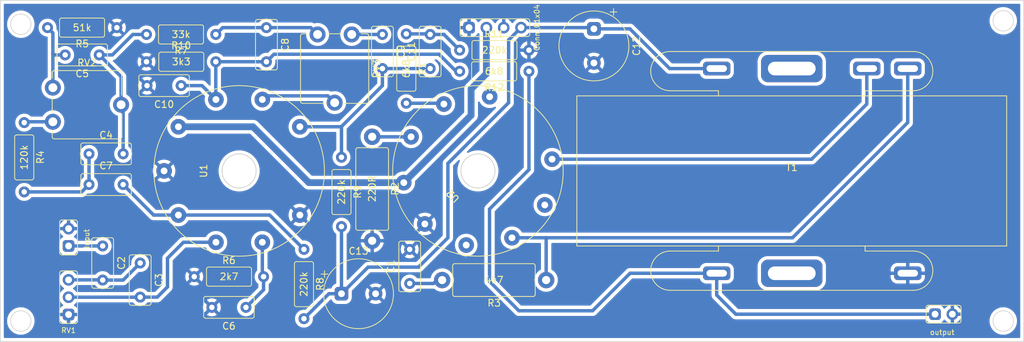
<source format=kicad_pcb>
(kicad_pcb (version 20211014) (generator pcbnew)
  (layers (0 "F.Cu" signal) (31 "B.Cu" signal) (34 "B.Paste" user) (35 "F.Paste" user) (36 "B.SilkS" user "B.Silkscreen") (37 "F.SilkS" user "F.Silkscreen") (38 "B.Mask" user) (39 "F.Mask" user) (44 "Edge.Cuts" user))
  (net 0 "")
  (net 1 "Net-(C2-Pad1)")
  (net 2 "Net-(C2-Pad2)")
  (net 3 "Net-(C3-Pad2)")
  (net 4 "Net-(C4-Pad1)")
  (net 5 "Net-(C4-Pad2)")
  (net 6 "Net-(C5-Pad2)")
  (net 7 "Net-(C6-Pad1)")
  (net 8 "Net-(C7-Pad2)")
  (net 9 "Net-(C8-Pad1)")
  (net 10 "Net-(C1-Pad1)")
  (net 11 "Net-(C10-Pad1)")
  (net 12 "Net-(C9-Pad1)")
  (net 13 "GND")
  (net 14 "Net-(C11-Pad1)")
  (net 15 "Net-(C11-Pad2)")
  (net 16 "Net-(R1-Pad2)")
  (net 17 "Net-(R2-Pad1)")
  (net 18 "Net-(R3-Pad1)")
  (net 19 "Net-(R4-Pad1)")
  (net 20 "240V")
  (net 21 "Left_output")
  (net 22 "Net-(T1-Pad2)")
  (net 23 "Net-(RV3-Pad2)")
  (net 24 "+6V")
  (footprint "spdf1626_lib:C_THT_K73-17_P5.00mm" (layer "F.Cu") (at 105 117.5 -90)
    (fp_text reference "C2" (at 2.5 -2.75 90) (layer "F.SilkS"))
    (fp_text value "0,047uF")
    (fp_line (start 6.2 -1.3) (end 6.2 1.3) (layer "F.SilkS") (width 0.12))
    (fp_line (start -0.9 1.6) (end 5.9 1.6) (layer "F.SilkS") (width 0.12))
    (fp_line (start -1.2 -1.3) (end -1.2 1.3) (layer "F.SilkS") (width 0.12))
    (fp_line (start -0.9 -1.6) (end 5.9 -1.6) (layer "F.SilkS") (width 0.12))
    (fp_arc (start -0.9 1.6) (mid -1.112132 1.512132) (end -1.2 1.3) (layer "F.SilkS") (width 0.12))
    (fp_arc (start -1.2 -1.3) (mid -1.112132 -1.512132) (end -0.9 -1.6) (layer "F.SilkS") (width 0.12))
    (fp_arc (start 6.2 1.3) (mid 6.112132 1.512132) (end 5.9 1.6) (layer "F.SilkS") (width 0.12))
    (fp_arc (start 5.9 -1.6) (mid 6.112132 -1.512132) (end 6.2 -1.3) (layer "F.SilkS") (width 0.12))
    (pad "1" thru_hole circle (at 0 0 270) (size 1.6 1.6) (drill 0.8) (layers *.Cu *.Mask) (net 1 "Net-(C2-Pad1)"))
    (pad "2" thru_hole circle (at 5 0 270) (size 1.6 1.6) (drill 0.8) (layers *.Cu *.Mask) (net 2 "Net-(C2-Pad2)"))
  )
  (footprint "spdf1626_lib:C_THT_K73-17_P5.00mm" (layer "F.Cu") (at 103 104)
    (fp_text reference "C4" (at 2.5 -2.75) (layer "F.SilkS"))
    (fp_text value "2200pF")
    (fp_line (start 6.2 -1.3) (end 6.2 1.3) (layer "F.SilkS") (width 0.12))
    (fp_line (start -0.9 1.6) (end 5.9 1.6) (layer "F.SilkS") (width 0.12))
    (fp_line (start -0.9 -1.6) (end 5.9 -1.6) (layer "F.SilkS") (width 0.12))
    (fp_line (start -1.2 -1.3) (end -1.2 1.3) (layer "F.SilkS") (width 0.12))
    (fp_arc (start -0.9 1.6) (mid -1.112132 1.512132) (end -1.2 1.3) (layer "F.SilkS") (width 0.12))
    (fp_arc (start 6.2 1.3) (mid 6.112132 1.512132) (end 5.9 1.6) (layer "F.SilkS") (width 0.12))
    (fp_arc (start 5.9 -1.6) (mid 6.112132 -1.512132) (end 6.2 -1.3) (layer "F.SilkS") (width 0.12))
    (fp_arc (start -1.2 -1.3) (mid -1.112132 -1.512132) (end -0.9 -1.6) (layer "F.SilkS") (width 0.12))
    (pad "1" thru_hole circle (at 0 0) (size 1.6 1.6) (drill 0.8) (layers *.Cu *.Mask) (net 4 "Net-(C4-Pad1)"))
    (pad "2" thru_hole circle (at 5 0) (size 1.6 1.6) (drill 0.8) (layers *.Cu *.Mask) (net 5 "Net-(C4-Pad2)"))
  )
  (footprint "spdf1626_lib:C_THT_K73-17_P5.00mm" (layer "F.Cu") (at 150 123 90)
    (fp_text reference "C1" (at 2.5 -2.75 90) (layer "F.SilkS"))
    (fp_text value "1500pF")
    (fp_line (start 6.2 -1.3) (end 6.2 1.3) (layer "F.SilkS") (width 0.12))
    (fp_line (start -0.9 -1.6) (end 5.9 -1.6) (layer "F.SilkS") (width 0.12))
    (fp_line (start -0.9 1.6) (end 5.9 1.6) (layer "F.SilkS") (width 0.12))
    (fp_line (start -1.2 -1.3) (end -1.2 1.3) (layer "F.SilkS") (width 0.12))
    (fp_arc (start 5.9 -1.6) (mid 6.112132 -1.512132) (end 6.2 -1.3) (layer "F.SilkS") (width 0.12))
    (fp_arc (start 6.2 1.3) (mid 6.112132 1.512132) (end 5.9 1.6) (layer "F.SilkS") (width 0.12))
    (fp_arc (start -1.2 -1.3) (mid -1.112132 -1.512132) (end -0.9 -1.6) (layer "F.SilkS") (width 0.12))
    (fp_arc (start -0.9 1.6) (mid -1.112132 1.512132) (end -1.2 1.3) (layer "F.SilkS") (width 0.12))
    (pad "1" thru_hole circle (at 0 0 90) (size 1.6 1.6) (drill 0.8) (layers *.Cu *.Mask) (net 10 "Net-(C1-Pad1)"))
    (pad "2" thru_hole circle (at 5 0 90) (size 1.6 1.6) (drill 0.8) (layers *.Cu *.Mask) (net 13 "GND"))
  )
  (footprint "spdf1626_lib:C_THT_K73-17_P5.00mm" (layer "F.Cu") (at 129 85.5 -90)
    (fp_text reference "C8" (at 2.5 -2.75 90) (layer "F.SilkS"))
    (fp_text value "2200pF")
    (fp_line (start -0.9 -1.6) (end 5.9 -1.6) (layer "F.SilkS") (width 0.12))
    (fp_line (start -0.9 1.6) (end 5.9 1.6) (layer "F.SilkS") (width 0.12))
    (fp_line (start -1.2 -1.3) (end -1.2 1.3) (layer "F.SilkS") (width 0.12))
    (fp_line (start 6.2 -1.3) (end 6.2 1.3) (layer "F.SilkS") (width 0.12))
    (fp_arc (start 5.9 -1.6) (mid 6.112132 -1.512132) (end 6.2 -1.3) (layer "F.SilkS") (width 0.12))
    (fp_arc (start 6.2 1.3) (mid 6.112132 1.512132) (end 5.9 1.6) (layer "F.SilkS") (width 0.12))
    (fp_arc (start -1.2 -1.3) (mid -1.112132 -1.512132) (end -0.9 -1.6) (layer "F.SilkS") (width 0.12))
    (fp_arc (start -0.9 1.6) (mid -1.112132 1.512132) (end -1.2 1.3) (layer "F.SilkS") (width 0.12))
    (pad "1" thru_hole circle (at 0 0 270) (size 1.6 1.6) (drill 0.8) (layers *.Cu *.Mask) (net 9 "Net-(C8-Pad1)"))
    (pad "2" thru_hole circle (at 5 0 270) (size 1.6 1.6) (drill 0.8) (layers *.Cu *.Mask) (net 11 "Net-(C10-Pad1)"))
  )
  (footprint "spdf1626_lib:R_THT_025W" (layer "F.Cu") (at 107.08 85.5 180)
    (fp_text reference "R5" (at 5.08 -2.37) (layer "F.SilkS"))
    (fp_text value "51k" (at 5.1 0) (layer "F.SilkS"))
    (fp_line (start 8.1 -1.4) (end 2.1 -1.4) (layer "F.SilkS") (width 0.12))
    (fp_line (start 8.4 1.1) (end 8.4 -1.1) (layer "F.SilkS") (width 0.12))
    (fp_line (start 1.8 -1.1) (end 1.8 1.1) (layer "F.SilkS") (width 0.12))
    (fp_line (start 2.1 1.4) (end 8.1 1.4) (layer "F.SilkS") (width 0.12))
    (fp_arc (start 8.1 -1.4) (mid 8.312132 -1.312132) (end 8.4 -1.1) (layer "F.SilkS") (width 0.12))
    (fp_arc (start 2.1 1.4) (mid 1.887868 1.312132) (end 1.8 1.1) (layer "F.SilkS") (width 0.12))
    (fp_arc (start 1.8 -1.1) (mid 1.887868 -1.312132) (end 2.1 -1.4) (layer "F.SilkS") (width 0.12))
    (fp_arc (start 8.4 1.1) (mid 8.312132 1.312132) (end 8.1 1.4) (layer "F.SilkS") (width 0.12))
    (pad "1" thru_hole circle (at 0 0 180) (size 1.6 1.6) (drill 0.8) (layers *.Cu *.Mask) (net 13 "GND"))
    (pad "2" thru_hole oval (at 10.16 0 180) (size 1.6 1.6) (drill 0.8) (layers *.Cu *.Mask) (net 6 "Net-(C5-Pad2)"))
  )
  (footprint "spdf1626_lib:C_THT_K73-17_P5.00mm" (layer "F.Cu") (at 116.5 94 180)
    (fp_text reference "C10" (at 2.5 -2.75) (layer "F.SilkS"))
    (fp_text value "2200pF")
    (fp_line (start -0.9 -1.6) (end 5.9 -1.6) (layer "F.SilkS") (width 0.12))
    (fp_line (start 6.2 -1.3) (end 6.2 1.3) (layer "F.SilkS") (width 0.12))
    (fp_line (start -1.2 -1.3) (end -1.2 1.3) (layer "F.SilkS") (width 0.12))
    (fp_line (start -0.9 1.6) (end 5.9 1.6) (layer "F.SilkS") (width 0.12))
    (fp_arc (start 5.9 -1.6) (mid 6.112132 -1.512132) (end 6.2 -1.3) (layer "F.SilkS") (width 0.12))
    (fp_arc (start 6.2 1.3) (mid 6.112132 1.512132) (end 5.9 1.6) (layer "F.SilkS") (width 0.12))
    (fp_arc (start -0.9 1.6) (mid -1.112132 1.512132) (end -1.2 1.3) (layer "F.SilkS") (width 0.12))
    (fp_arc (start -1.2 -1.3) (mid -1.112132 -1.512132) (end -0.9 -1.6) (layer "F.SilkS") (width 0.12))
    (pad "1" thru_hole circle (at 0 0 180) (size 1.6 1.6) (drill 0.8) (layers *.Cu *.Mask) (net 11 "Net-(C10-Pad1)"))
    (pad "2" thru_hole circle (at 5 0 180) (size 1.6 1.6) (drill 0.8) (layers *.Cu *.Mask) (net 13 "GND"))
  )
  (footprint "spdf1626_lib:Potentiometer_THT_CA9V" (layer "F.Cu") (at 97.7 99.3)
    (fp_text reference "RV2" (at 5 -8.65) (layer "F.SilkS"))
    (fp_text value "2,2M")
    (fp_line (start -0.1 1.4) (end -0.1 2.2) (layer "F.SilkS") (width 0.12))
    (fp_line (start 0.2 -7.5) (end 9.8 -7.5) (layer "F.SilkS") (width 0.12))
    (fp_line (start 10.1 -7.2) (end 10.1 -3.9) (layer "F.SilkS") (width 0.12))
    (fp_line (start -0.1 -3.574) (end -0.1 -1.425) (layer "F.SilkS") (width 0.12))
    (fp_line (start -0.1 -7.2) (end -0.1 -6.4) (layer "F.SilkS") (width 0.12))
    (fp_line (start 10.1 -1.1) (end 10.1 2.2) (layer "F.SilkS") (width 0.12))
    (fp_line (start 0.2 2.5) (end 9.8 2.5) (layer "F.SilkS") (width 0.12))
    (fp_arc (start 0.2 2.5) (mid -0.012132 2.412132) (end -0.1 2.2) (layer "F.SilkS") (width 0.12))
    (fp_arc (start -0.1 -7.2) (mid -0.012132 -7.412132) (end 0.2 -7.5) (layer "F.SilkS") (width 0.12))
    (fp_arc (start 10.1 2.2) (mid 10.012132 2.412132) (end 9.8 2.5) (layer "F.SilkS") (width 0.12))
    (fp_arc (start 9.8 -7.5) (mid 10.012132 -7.412132) (end 10.1 -7.2) (layer "F.SilkS") (width 0.12))
    (pad "1" thru_hole circle (at 0 0) (size 2.34 2.34) (drill 1.3) (layers *.Cu *.Mask) (net 19 "Net-(R4-Pad1)"))
    (pad "2" thru_hole circle (at 10 -2.5) (size 2.34 2.34) (drill 1.3) (layers *.Cu *.Mask) (net 5 "Net-(C4-Pad2)"))
    (pad "3" thru_hole circle (at 0 -5) (size 2.34 2.34) (drill 1.3) (layers *.Cu *.Mask) (net 6 "Net-(C5-Pad2)"))
  )
  (footprint "spdf1626_lib:C_THT_K73-17_P5.00mm" (layer "F.Cu") (at 153 91.5 90)
    (fp_text reference "C11" (at 2.5 -2.75 90) (layer "F.SilkS"))
    (fp_text value "3300pF")
    (fp_line (start -1.2 -1.3) (end -1.2 1.3) (layer "F.SilkS") (width 0.12))
    (fp_line (start -0.9 -1.6) (end 5.9 -1.6) (layer "F.SilkS") (width 0.12))
    (fp_line (start -0.9 1.6) (end 5.9 1.6) (layer "F.SilkS") (width 0.12))
    (fp_line (start 6.2 -1.3) (end 6.2 1.3) (layer "F.SilkS") (width 0.12))
    (fp_arc (start -1.2 -1.3) (mid -1.112132 -1.512132) (end -0.9 -1.6) (layer "F.SilkS") (width 0.12))
    (fp_arc (start 5.9 -1.6) (mid 6.112132 -1.512132) (end 6.2 -1.3) (layer "F.SilkS") (width 0.12))
    (fp_arc (start 6.2 1.3) (mid 6.112132 1.512132) (end 5.9 1.6) (layer "F.SilkS") (width 0.12))
    (fp_arc (start -0.9 1.6) (mid -1.112132 1.512132) (end -1.2 1.3) (layer "F.SilkS") (width 0.12))
    (pad "1" thru_hole circle (at 0 0 90) (size 1.6 1.6) (drill 0.8) (layers *.Cu *.Mask) (net 14 "Net-(C11-Pad1)"))
    (pad "2" thru_hole circle (at 5 0 90) (size 1.6 1.6) (drill 0.8) (layers *.Cu *.Mask) (net 15 "Net-(C11-Pad2)"))
  )
  (footprint "spdf1626_lib:R_THT_025W" (layer "F.Cu") (at 93.5 99.42 -90)
    (fp_text reference "R4" (at 5.08 -2.37 90) (layer "F.SilkS"))
    (fp_text value "120k" (at 5.1 0 90) (layer "F.SilkS"))
    (fp_line (start 8.4 1.1) (end 8.4 -1.1) (layer "F.SilkS") (width 0.12))
    (fp_line (start 2.1 1.4) (end 8.1 1.4) (layer "F.SilkS") (width 0.12))
    (fp_line (start 1.8 -1.1) (end 1.8 1.1) (layer "F.SilkS") (width 0.12))
    (fp_line (start 8.1 -1.4) (end 2.1 -1.4) (layer "F.SilkS") (width 0.12))
    (fp_arc (start 8.1 -1.4) (mid 8.312132 -1.312132) (end 8.4 -1.1) (layer "F.SilkS") (width 0.12))
    (fp_arc (start 1.8 -1.1) (mid 1.887868 -1.312132) (end 2.1 -1.4) (layer "F.SilkS") (width 0.12))
    (fp_arc (start 2.1 1.4) (mid 1.887868 1.312132) (end 1.8 1.1) (layer "F.SilkS") (width 0.12))
    (fp_arc (start 8.4 1.1) (mid 8.312132 1.312132) (end 8.1 1.4) (layer "F.SilkS") (width 0.12))
    (pad "1" thru_hole circle (at 0 0 270) (size 1.6 1.6) (drill 0.8) (layers *.Cu *.Mask) (net 19 "Net-(R4-Pad1)"))
    (pad "2" thru_hole oval (at 10.16 0 270) (size 1.6 1.6) (drill 0.8) (layers *.Cu *.Mask) (net 4 "Net-(C4-Pad1)"))
  )
  (footprint "spdf1626_lib:R_THT_025W" (layer "F.Cu") (at 111.42 90.5)
    (fp_text reference "R10" (at 5.08 -2.37) (layer "F.SilkS"))
    (fp_text value "3k3" (at 5.1 0) (layer "F.SilkS"))
    (fp_line (start 2.1 1.4) (end 8.1 1.4) (layer "F.SilkS") (width 0.12))
    (fp_line (start 1.8 -1.1) (end 1.8 1.1) (layer "F.SilkS") (width 0.12))
    (fp_line (start 8.4 1.1) (end 8.4 -1.1) (layer "F.SilkS") (width 0.12))
    (fp_line (start 8.1 -1.4) (end 2.1 -1.4) (layer "F.SilkS") (width 0.12))
    (fp_arc (start 8.4 1.1) (mid 8.312132 1.312132) (end 8.1 1.4) (layer "F.SilkS") (width 0.12))
    (fp_arc (start 2.1 1.4) (mid 1.887868 1.312132) (end 1.8 1.1) (layer "F.SilkS") (width 0.12))
    (fp_arc (start 8.1 -1.4) (mid 8.312132 -1.312132) (end 8.4 -1.1) (layer "F.SilkS") (width 0.12))
    (fp_arc (start 1.8 -1.1) (mid 1.887868 -1.312132) (end 2.1 -1.4) (layer "F.SilkS") (width 0.12))
    (pad "1" thru_hole circle (at 0 0) (size 1.6 1.6) (drill 0.8) (layers *.Cu *.Mask) (net 13 "GND"))
    (pad "2" thru_hole oval (at 10.16 0) (size 1.6 1.6) (drill 0.8) (layers *.Cu *.Mask) (net 11 "Net-(C10-Pad1)"))
  )
  (footprint "spdf1626_lib:R_THT_025W" (layer "F.Cu") (at 140 104.5 -90)
    (fp_text reference "R9" (at 5.08 -2.37 -270) (layer "F.SilkS"))
    (fp_text value "220k" (at 5.1 0 -270) (layer "F.SilkS"))
    (fp_line (start 8.1 -1.4) (end 2.1 -1.4) (layer "F.SilkS") (width 0.12))
    (fp_line (start 2.1 1.4) (end 8.1 1.4) (layer "F.SilkS") (width 0.12))
    (fp_line (start 8.4 1.1) (end 8.4 -1.1) (layer "F.SilkS") (width 0.12))
    (fp_line (start 1.8 -1.1) (end 1.8 1.1) (layer "F.SilkS") (width 0.12))
    (fp_arc (start 8.1 -1.4) (mid 8.312132 -1.312132) (end 8.4 -1.1) (layer "F.SilkS") (width 0.12))
    (fp_arc (start 1.8 -1.1) (mid 1.887868 -1.312132) (end 2.1 -1.4) (layer "F.SilkS") (width 0.12))
    (fp_arc (start 8.4 1.1) (mid 8.312132 1.312132) (end 8.1 1.4) (layer "F.SilkS") (width 0.12))
    (fp_arc (start 2.1 1.4) (mid 1.887868 1.312132) (end 1.8 1.1) (layer "F.SilkS") (width 0.12))
    (pad "1" thru_hole circle (at 0 0 270) (size 1.6 1.6) (drill 0.8) (layers *.Cu *.Mask) (net 14 "Net-(C11-Pad1)"))
    (pad "2" thru_hole oval (at 10.16 0 270) (size 1.6 1.6) (drill 0.8) (layers *.Cu *.Mask) (net 20 "240V"))
  )
  (footprint "spdf1626_lib:R_THT_025W" (layer "F.Cu") (at 149.5 86.42 -90)
    (fp_text reference "R1" (at 5.08 -2.37 90) (layer "F.SilkS"))
    (fp_text value "6k8" (at 5.1 0 90) (layer "F.SilkS"))
    (fp_line (start 2.1 1.4) (end 8.1 1.4) (layer "F.SilkS") (width 0.12))
    (fp_line (start 8.1 -1.4) (end 2.1 -1.4) (layer "F.SilkS") (width 0.12))
    (fp_line (start 1.8 -1.1) (end 1.8 1.1) (layer "F.SilkS") (width 0.12))
    (fp_line (start 8.4 1.1) (end 8.4 -1.1) (layer "F.SilkS") (width 0.12))
    (fp_arc (start 8.1 -1.4) (mid 8.312132 -1.312132) (end 8.4 -1.1) (layer "F.SilkS") (width 0.12))
    (fp_arc (start 8.4 1.1) (mid 8.312132 1.312132) (end 8.1 1.4) (layer "F.SilkS") (width 0.12))
    (fp_arc (start 1.8 -1.1) (mid 1.887868 -1.312132) (end 2.1 -1.4) (layer "F.SilkS") (width 0.12))
    (fp_arc (start 2.1 1.4) (mid 1.887868 1.312132) (end 1.8 1.1) (layer "F.SilkS") (width 0.12))
    (pad "1" thru_hole circle (at 0 0 270) (size 1.6 1.6) (drill 0.8) (layers *.Cu *.Mask) (net 15 "Net-(C11-Pad2)"))
    (pad "2" thru_hole oval (at 10.16 0 270) (size 1.6 1.6) (drill 0.8) (layers *.Cu *.Mask) (net 16 "Net-(R1-Pad2)"))
  )
  (footprint "spdf1626_lib:R_THT_025W" (layer "F.Cu") (at 167.48 91.9 180)
    (fp_text reference "R12" (at 5.08 -2.37) (layer "F.SilkS"))
    (fp_text value "6k8" (at 5.1 0) (layer "F.SilkS"))
    (fp_line (start 8.4 1.1) (end 8.4 -1.1) (layer "F.SilkS") (width 0.12))
    (fp_line (start 1.8 -1.1) (end 1.8 1.1) (layer "F.SilkS") (width 0.12))
    (fp_line (start 8.1 -1.4) (end 2.1 -1.4) (layer "F.SilkS") (width 0.12))
    (fp_line (start 2.1 1.4) (end 8.1 1.4) (layer "F.SilkS") (width 0.12))
    (fp_arc (start 8.1 -1.4) (mid 8.312132 -1.312132) (end 8.4 -1.1) (layer "F.SilkS") (width 0.12))
    (fp_arc (start 8.4 1.1) (mid 8.312132 1.312132) (end 8.1 1.4) (layer "F.SilkS") (width 0.12))
    (fp_arc (start 1.8 -1.1) (mid 1.887868 -1.312132) (end 2.1 -1.4) (layer "F.SilkS") (width 0.12))
    (fp_arc (start 2.1 1.4) (mid 1.887868 1.312132) (end 1.8 1.1) (layer "F.SilkS") (width 0.12))
    (pad "1" thru_hole circle (at 0 0 180) (size 1.6 1.6) (drill 0.8) (layers *.Cu *.Mask) (net 21 "Left_output"))
    (pad "2" thru_hole oval (at 10.16 0 180) (size 1.6 1.6) (drill 0.8) (layers *.Cu *.Mask) (net 11 "Net-(C10-Pad1)"))
  )
  (footprint "spdf1626_lib:R_THT_1W" (layer "F.Cu") (at 144.5 101.5 -90)
    (fp_text reference "R2" (at 7.62 -3.37 -270) (layer "F.SilkS"))
    (fp_text value "220R" (at 7.62 0 -270) (layer "F.SilkS"))
    (fp_line (start 13.7 2.1) (end 13.7 -2.1) (layer "F.SilkS") (width 0.12))
    (fp_line (start 1.9 2.4) (end 13.4 2.4) (layer "F.SilkS") (width 0.12))
    (fp_line (start 13.4 -2.4) (end 1.9 -2.4) (layer "F.SilkS") (width 0.12))
    (fp_line (start 1.6 -2.1) (end 1.6 2.1) (layer "F.SilkS") (width 0.12))
    (fp_arc (start 1.9 2.4) (mid 1.687868 2.312132) (end 1.6 2.1) (layer "F.SilkS") (width 0.12))
    (fp_arc (start 13.7 2.1) (mid 13.612132 2.312132) (end 13.4 2.4) (layer "F.SilkS") (width 0.12))
    (fp_arc (start 13.4 -2.4) (mid 13.612132 -2.312132) (end 13.7 -2.1) (layer "F.SilkS") (width 0.12))
    (fp_arc (start 1.6 -2.1) (mid 1.687868 -2.312132) (end 1.9 -2.4) (layer "F.SilkS") (width 0.12))
    (pad "1" thru_hole circle (at 0 0 270) (size 2.4 2.4) (drill 1.2) (layers *.Cu *.Mask) (net 17 "Net-(R2-Pad1)"))
    (pad "2" thru_hole oval (at 15.24 0 270) (size 2.4 2.4) (drill 1.2) (layers *.Cu *.Mask) (net 13 "GND"))
  )
  (footprint "spdf1626_lib:9-pin_tube_socket" (layer "F.Cu") (at 160 106.5 135)
    (fp_text reference "U2" (at 0 -5.2 135 unlocked) (layer "F.SilkS"))
    (fp_text value "6P14P")
    (fp_circle (center 0 0) (end 12.5 0) (layer "F.SilkS") (width 0.12) (fill none))
    (fp_circle (center 0 0) (end 2.5 0) (layer "Edge.Cuts") (width 0.12) (fill none))
    (pad "1" thru_hole circle (at 6.47 8.9 135) (size 2.286 2.286) (drill 1) (layers *.Cu *.Mask))
    (pad "2" thru_hole circle (at 10.46 3.4 135) (size 2.286 2.286) (drill 1) (layers *.Cu *.Mask) (net 16 "Net-(R1-Pad2)"))
    (pad "3" thru_hole circle (at 10.46 -3.4 135) (size 2.286 2.286) (drill 1) (layers *.Cu *.Mask) (net 17 "Net-(R2-Pad1)"))
    (pad "4" thru_hole circle (at 6.47 -8.9 135) (size 2.286 2.286) (drill 1) (layers *.Cu *.Mask) (net 24 "+6V"))
    (pad "5" thru_hole circle (at 0 -11 135) (size 2.286 2.286) (drill 1) (layers *.Cu *.Mask) (net 13 "GND"))
    (pad "6" thru_hole circle (at -6.47 -8.9 135) (size 2.286 2.286) (drill 1) (layers *.Cu *.Mask))
    (pad "7" thru_hole circle (at -10.46 -3.4 135) (size 2.286 2.286) (drill 1) (layers *.Cu *.Mask) (net 18 "Net-(R3-Pad1)"))
    (pad "8" thru_hole circle (at -10.46 3.4 135) (size 2.286 2.286) (drill 1) (layers *.Cu *.Mask))
    (pad "9" thru_hole circle (at -6.47 8.9 135) (size 2.286 2.286) (drill 1) (layers *.Cu *.Mask) (net 22 "Net-(T1-Pad2)"))
  )
  (footprint "spdf1626_lib:PinHeader_1x03_P2.54mm" (layer "F.Cu") (at 100 127.55 180)
    (fp_text reference "RV1" (at 0 -2.33) (layer "F.SilkS") (effects (font (size 0.75 0.75) (thickness 0.12))))
    (fp_text value "470k")
    (fp_line (start 1.3 -1) (end 1.3 6.1) (layer "F.SilkS") (width 0.12))
    (fp_line (start -1 -1.3) (end 1 -1.3) (layer "F.SilkS") (width 0.12))
    (fp_line (start 1 6.4) (end -1 6.4) (layer "F.SilkS") (width 0.12))
    (fp_line (start -1.3 6.1) (end -1.3 -1) (layer "F.SilkS") (width 0.12))
    (fp_arc (start 1.3 6.1) (mid 1.212132 6.312132) (end 1 6.4) (layer "F.SilkS") (width 0.12))
    (fp_arc (start -1 6.4) (mid -1.212132 6.312132) (end -1.3 6.1) (layer "F.SilkS") (width 0.12))
    (fp_arc (start -1.3 -1) (mid -1.212132 -1.212132) (end -1 -1.3) (layer "F.SilkS") (width 0.12))
    (fp_arc (start 1 -1.3) (mid 1.212132 -1.212132) (end 1.3 -1) (layer "F.SilkS") (width 0.12))
    (pad "1" thru_hole roundrect (at 0 0 180) (size 1.7 1.7) (drill 1) (layers *.Cu *.Mask) (net 13 "GND"))
    (pad "2" thru_hole oval (at 0 2.54 180) (size 1.7 1.7) (drill 1) (layers *.Cu *.Mask) (net 3 "Net-(C3-Pad2)"))
    (pad "3" thru_hole oval (at 0 5.08 180) (size 1.7 1.7) (drill 1) (layers *.Cu *.Mask) (net 2 "Net-(C2-Pad2)"))
  )
  (footprint "spdf1626_lib:C_THT_K73-17_P5.00mm" (layer "F.Cu") (at 146 86.5 -90)
    (fp_text reference "C9" (at 2.5 -2.75 -270) (layer "F.SilkS"))
    (fp_text value "5,6pF")
    (fp_line (start 6.2 -1.3) (end 6.2 1.3) (layer "F.SilkS") (width 0.12))
    (fp_line (start -0.9 -1.6) (end 5.9 -1.6) (layer "F.SilkS") (width 0.12))
    (fp_line (start -0.9 1.6) (end 5.9 1.6) (layer "F.SilkS") (width 0.12))
    (fp_line (start -1.2 -1.3) (end -1.2 1.3) (layer "F.SilkS") (width 0.12))
    (fp_arc (start 5.9 -1.6) (mid 6.112132 -1.512132) (end 6.2 -1.3) (layer "F.SilkS") (width 0.12))
    (fp_arc (start -1.2 -1.3) (mid -1.112132 -1.512132) (end -0.9 -1.6) (layer "F.SilkS") (width 0.12))
    (fp_arc (start 6.2 1.3) (mid 6.112132 1.512132) (end 5.9 1.6) (layer "F.SilkS") (width 0.12))
    (fp_arc (start -0.9 1.6) (mid -1.112132 1.512132) (end -1.2 1.3) (layer "F.SilkS") (width 0.12))
    (pad "1" thru_hole circle (at 0 0 270) (size 1.6 1.6) (drill 0.8) (layers *.Cu *.Mask) (net 12 "Net-(C9-Pad1)"))
    (pad "2" thru_hole circle (at 5 0 270) (size 1.6 1.6) (drill 0.8) (layers *.Cu *.Mask) (net 14 "Net-(C11-Pad1)"))
  )
  (footprint "spdf1626_lib:C_THT_K73-17_P5.00mm" (layer "F.Cu") (at 103 108.5)
    (fp_text reference "C7" (at 2.5 -2.75) (layer "F.SilkS"))
    (fp_text value "0,033uF")
    (fp_line (start 6.2 -1.3) (end 6.2 1.3) (layer "F.SilkS") (width 0.12))
    (fp_line (start -0.9 1.6) (end 5.9 1.6) (layer "F.SilkS") (width 0.12))
    (fp_line (start -1.2 -1.3) (end -1.2 1.3) (layer "F.SilkS") (width 0.12))
    (fp_line (start -0.9 -1.6) (end 5.9 -1.6) (layer "F.SilkS") (width 0.12))
    (fp_arc (start 5.9 -1.6) (mid 6.112132 -1.512132) (end 6.2 -1.3) (layer "F.SilkS") (width 0.12))
    (fp_arc (start -0.9 1.6) (mid -1.112132 1.512132) (end -1.2 1.3) (layer "F.SilkS") (width 0.12))
    (fp_arc (start -1.2 -1.3) (mid -1.112132 -1.512132) (end -0.9 -1.6) (layer "F.SilkS") (width 0.12))
    (fp_arc (start 6.2 1.3) (mid 6.112132 1.512132) (end 5.9 1.6) (layer "F.SilkS") (width 0.12))
    (pad "1" thru_hole circle (at 0 0) (size 1.6 1.6) (drill 0.8) (layers *.Cu *.Mask) (net 4 "Net-(C4-Pad1)"))
    (pad "2" thru_hole circle (at 5 0) (size 1.6 1.6) (drill 0.8) (layers *.Cu *.Mask) (net 8 "Net-(C7-Pad2)"))
  )
  (footprint "spdf1626_lib:C_THT_K73-17_P5.00mm" (layer "F.Cu") (at 104.5 89.5 180)
    (fp_text reference "C5" (at 2.5 -2.75) (layer "F.SilkS"))
    (fp_text value "4700pF")
    (fp_line (start -0.9 1.6) (end 5.9 1.6) (layer "F.SilkS") (width 0.12))
    (fp_line (start 6.2 -1.3) (end 6.2 1.3) (layer "F.SilkS") (width 0.12))
    (fp_line (start -0.9 -1.6) (end 5.9 -1.6) (layer "F.SilkS") (width 0.12))
    (fp_line (start -1.2 -1.3) (end -1.2 1.3) (layer "F.SilkS") (width 0.12))
    (fp_arc (start -1.2 -1.3) (mid -1.112132 -1.512132) (end -0.9 -1.6) (layer "F.SilkS") (width 0.12))
    (fp_arc (start -0.9 1.6) (mid -1.112132 1.512132) (end -1.2 1.3) (layer "F.SilkS") (width 0.12))
    (fp_arc (start 6.2 1.3) (mid 6.112132 1.512132) (end 5.9 1.6) (layer "F.SilkS") (width 0.12))
    (fp_arc (start 5.9 -1.6) (mid 6.112132 -1.512132) (end 6.2 -1.3) (layer "F.SilkS") (width 0.12))
    (pad "1" thru_hole circle (at 0 0 180) (size 1.6 1.6) (drill 0.8) (layers *.Cu *.Mask) (net 5 "Net-(C4-Pad2)"))
    (pad "2" thru_hole circle (at 5 0 180) (size 1.6 1.6) (drill 0.8) (layers *.Cu *.Mask) (net 6 "Net-(C5-Pad2)"))
  )
  (footprint "spdf1626_lib:Output_transformer" (layer "F.Cu") (at 206 106.5)
    (fp_text reference "T1" (at 0 -0.5 unlocked) (layer "F.SilkS"))
    (fp_text value "Transformer_SP_1S")
    (fp_line (start -17.8 11.75) (end -10.75 11.75) (layer "F.SilkS") (width 0.12))
    (fp_line (start -17.8 -17.5) (end 17.8 -17.5) (layer "F.SilkS") (width 0.12))
    (fp_line (start -17.8 -11.75) (end -10.75 -11.75) (layer "F.SilkS") (width 0.12))
    (fp_line (start 31.5 -11) (end -31.5 -11) (layer "F.SilkS") (width 0.12))
    (fp_line (start -31.5 -11) (end -31.5 11) (layer "F.SilkS") (width 0.12))
    (fp_line (start 31.5 11) (end 31.5 -11) (layer "F.SilkS") (width 0.12))
    (fp_line (start -31.5 11) (end 31.5 11) (layer "F.SilkS") (width 0.12))
    (fp_line (start 10.75 -11.75) (end 10.75 -11) (layer "F.SilkS") (width 0.12))
    (fp_line (start 10.75 11.75) (end 17.8 11.75) (layer "F.SilkS") (width 0.12))
    (fp_line (start -10.75 11) (end -10.75 11.75) (layer "F.SilkS") (width 0.12))
    (fp_line (start -10.75 -11.75) (end -10.75 -11) (layer "F.SilkS") (width 0.12))
    (fp_line (start 17.8 17.5) (end -17.8 17.5) (layer "F.SilkS") (width 0.12))
    (fp_line (start 17.8 -11.75) (end 10.75 -11.75) (layer "F.SilkS") (width 0.12))
    (fp_line (start 10.75 11) (end 10.75 11.75) (layer "F.SilkS") (width 0.12))
    (fp_arc (start -17.8 -11.75) (mid -20.67751 -14.625) (end -17.8 -17.5) (layer "F.SilkS") (width 0.12))
    (fp_arc (start 17.8 11.75) (mid 20.67751 14.625) (end 17.8 17.5) (layer "F.SilkS") (width 0.12))
    (fp_arc (start -17.8 17.5) (mid -20.67751 14.625) (end -17.8 11.75) (layer "F.SilkS") (width 0.12))
    (fp_arc (start 17.8 -17.5) (mid 20.67751 -14.625) (end 17.8 -11.75) (layer "F.SilkS") (width 0.12))
    (pad "" thru_hole roundrect (at 0 15) (size 9 4) (drill oval 7 2) (layers *.Cu *.Mask))
    (pad "" thru_hole roundrect (at 0 -15) (size 9 4) (drill oval 7 2) (layers *.Cu *.Mask))
    (pad "1" thru_hole roundrect (at 17 -15) (size 4 2) (drill oval 3 1) (layers *.Cu *.Mask) (net 18 "Net-(R3-Pad1)"))
    (pad "2" thru_hole roundrect (at 11 -15) (size 4 2) (drill oval 3 1) (layers *.Cu *.Mask) (net 22 "Net-(T1-Pad2)"))
    (pad "3" thru_hole roundrect (at -11 -15) (size 4 2) (drill oval 3 1) (layers *.Cu *.Mask) (net 20 "240V"))
    (pad "4" thru_hole roundrect (at -11 15) (size 4 2) (drill oval 3 1) (layers *.Cu *.Mask) (net 21 "Left_output"))
    (pad "5" thru_hole roundrect (at 17 15) (size 4 2) (drill oval 3 1) (layers *.Cu *.Mask) (net 13 "GND"))
  )
  (footprint "spdf1626_lib:R_THT_025W" (layer "F.Cu") (at 157.32 88.8)
    (fp_text reference "R11" (at 5.08 -2.37) (layer "F.SilkS"))
    (fp_text value "220k" (at 5.1 0) (layer "F.SilkS"))
    (fp_line (start 1.8 -1.1) (end 1.8 1.1) (layer "F.SilkS") (width 0.12))
    (fp_line (start 8.4 1.1) (end 8.4 -1.1) (layer "F.SilkS") (width 0.12))
    (fp_line (start 2.1 1.4) (end 8.1 1.4) (layer "F.SilkS") (width 0.12))
    (fp_line (start 8.1 -1.4) (end 2.1 -1.4) (layer "F.SilkS") (width 0.12))
    (fp_arc (start 8.1 -1.4) (mid 8.312132 -1.312132) (end 8.4 -1.1) (layer "F.SilkS") (width 0.12))
    (fp_arc (start 1.8 -1.1) (mid 1.887868 -1.312132) (end 2.1 -1.4) (layer "F.SilkS") (width 0.12))
    (fp_arc (start 2.1 1.4) (mid 1.887868 1.312132) (end 1.8 1.1) (layer "F.SilkS") (width 0.12))
    (fp_arc (start 8.4 1.1) (mid 8.312132 1.312132) (end 8.1 1.4) (layer "F.SilkS") (width 0.12))
    (pad "1" thru_hole circle (at 0 0) (size 1.6 1.6) (drill 0.8) (layers *.Cu *.Mask) (net 15 "Net-(C11-Pad2)"))
    (pad "2" thru_hole oval (at 10.16 0) (size 1.6 1.6) (drill 0.8) (layers *.Cu *.Mask) (net 13 "GND"))
  )
  (footprint "spdf1626_lib:PinHeader_1x04_P2.54mm" (layer "F.Cu") (at 158.7 85.5 90)
    (fp_text reference "J3")
    (fp_text value "Conn_01x04" (at 0 9.95 90) (layer "F.SilkS") (effects (font (size 0.75 0.75) (thickness 0.12))))
    (fp_line (start -1 -1.3) (end 1 -1.3) (layer "F.SilkS") (width 0.12))
    (fp_line (start -1.3 8.6) (end -1.3 -1) (layer "F.SilkS") (width 0.12))
    (fp_line (start 1 8.9) (end -1 8.9) (layer "F.SilkS") (width 0.12))
    (fp_line (start 1.3 -1) (end 1.3 8.6) (layer "F.SilkS") (width 0.12))
    (fp_arc (start 1 -1.3) (mid 1.212132 -1.212132) (end 1.3 -1) (layer "F.SilkS") (width 0.12))
    (fp_arc (start -1.3 -1) (mid -1.212132 -1.212132) (end -1 -1.3) (layer "F.SilkS") (width 0.12))
    (fp_arc (start -1 8.9) (mid -1.212132 8.812132) (end -1.3 8.6) (layer "F.SilkS") (width 0.12))
    (fp_arc (start 1.3 8.6) (mid 1.212132 8.812132) (end 1 8.9) (layer "F.SilkS") (width 0.12))
    (pad "1" thru_hole roundrect (at 0 0 90) (size 1.7 1.7) (drill 1) (layers *.Cu *.Mask) (net 13 "GND"))
    (pad "2" thru_hole oval (at 0 2.54 90) (size 1.7 1.7) (drill 1) (layers *.Cu *.Mask) (net 24 "+6V"))
    (pad "3" thru_hole oval (at 0 5.08 90) (size 1.7 1.7) (drill 1) (layers *.Cu *.Mask) (net 13 "GND"))
    (pad "4" thru_hole oval (at 0 7.62 90) (size 1.7 1.7) (drill 1) (layers *.Cu *.Mask) (net 20 "240V"))
  )
  (footprint "spdf1626_lib:C_THT_K73-17_P5.00mm" (layer "F.Cu") (at 110.5 120 -90)
    (fp_text reference "C3" (at 2.5 -2.75 90) (layer "F.SilkS"))
    (fp_text value "27pF")
    (fp_line (start -1.2 -1.3) (end -1.2 1.3) (layer "F.SilkS") (width 0.12))
    (fp_line (start 6.2 -1.3) (end 6.2 1.3) (layer "F.SilkS") (width 0.12))
    (fp_line (start -0.9 1.6) (end 5.9 1.6) (layer "F.SilkS") (width 0.12))
    (fp_line (start -0.9 -1.6) (end 5.9 -1.6) (layer "F.SilkS") (width 0.12))
    (fp_arc (start 5.9 -1.6) (mid 6.112132 -1.512132) (end 6.2 -1.3) (layer "F.SilkS") (width 0.12))
    (fp_arc (start 6.2 1.3) (mid 6.112132 1.512132) (end 5.9 1.6) (layer "F.SilkS") (width 0.12))
    (fp_arc (start -0.9 1.6) (mid -1.112132 1.512132) (end -1.2 1.3) (layer "F.SilkS") (width 0.12))
    (fp_arc (start -1.2 -1.3) (mid -1.112132 -1.512132) (end -0.9 -1.6) (layer "F.SilkS") (width 0.12))
    (pad "1" thru_hole circle (at 0 0 270) (size 1.6 1.6) (drill 0.8) (layers *.Cu *.Mask) (net 2 "Net-(C2-Pad2)"))
    (pad "2" thru_hole circle (at 5 0 270) (size 1.6 1.6) (drill 0.8) (layers *.Cu *.Mask) (net 3 "Net-(C3-Pad2)"))
  )
  (footprint "spdf1626_lib:R_THT_025W" (layer "F.Cu") (at 121.58 86.5 180)
    (fp_text reference "R7" (at 5.08 -2.37) (layer "F.SilkS"))
    (fp_text value "33k" (at 5.1 0) (layer "F.SilkS"))
    (fp_line (start 8.4 1.1) (end 8.4 -1.1) (layer "F.SilkS") (width 0.12))
    (fp_line (start 8.1 -1.4) (end 2.1 -1.4) (layer "F.SilkS") (width 0.12))
    (fp_line (start 2.1 1.4) (end 8.1 1.4) (layer "F.SilkS") (width 0.12))
    (fp_line (start 1.8 -1.1) (end 1.8 1.1) (layer "F.SilkS") (width 0.12))
    (fp_arc (start 1.8 -1.1) (mid 1.887868 -1.312132) (end 2.1 -1.4) (layer "F.SilkS") (width 0.12))
    (fp_arc (start 8.4 1.1) (mid 8.312132 1.312132) (end 8.1 1.4) (layer "F.SilkS") (width 0.12))
    (fp_arc (start 2.1 1.4) (mid 1.887868 1.312132) (end 1.8 1.1) (layer "F.SilkS") (width 0.12))
    (fp_arc (start 8.1 -1.4) (mid 8.312132 -1.312132) (end 8.4 -1.1) (layer "F.SilkS") (width 0.12))
    (pad "1" thru_hole circle (at 0 0 180) (size 1.6 1.6) (drill 0.8) (layers *.Cu *.Mask) (net 9 "Net-(C8-Pad1)"))
    (pad "2" thru_hole oval (at 10.16 0 180) (size 1.6 1.6) (drill 0.8) (layers *.Cu *.Mask) (net 5 "Net-(C4-Pad2)"))
  )
  (footprint "spdf1626_lib:C_THT_D10.0mm_P5.00mm" (layer "F.Cu") (at 140 124.5)
    (fp_text reference "C13" (at 2.5 -6.25) (layer "F.SilkS"))
    (fp_text value "10uF")
    (fp_line (start -2.479646 -3.375) (end -2.479646 -2.375) (layer "F.SilkS") (width 0.12))
    (fp_line (start -2.979646 -2.875) (end -1.979646 -2.875) (layer "F.SilkS") (width 0.12))
    (fp_circle (center 2.5 0) (end 7.62 0) (layer "F.SilkS") (width 0.12) (fill none))
    (pad "1" thru_hole roundrect (at 0 0) (size 2 2) (drill 1) (layers *.Cu *.Mask) (net 20 "240V"))
    (pad "2" thru_hole circle (at 5 0) (size 2 2) (drill 1) (layers *.Cu *.Mask) (net 13 "GND"))
  )
  (footprint "spdf1626_lib:9-pin_tube_socket" (layer "F.Cu") (at 125 106.5 90)
    (fp_text reference "U1" (at 0 -5.2 90 unlocked) (layer "F.SilkS"))
    (fp_text value "6N2P")
    (fp_circle (center 0 0) (end 12.5 0) (layer "F.SilkS") (width 0.12) (fill none))
    (fp_circle (center 0 0) (end 2.5 0) (layer "Edge.Cuts") (width 0.12) (fill none))
    (pad "1" thru_hole circle (at 6.47 8.9 90) (size 2.286 2.286) (drill 1) (layers *.Cu *.Mask) (net 14 "Net-(C11-Pad1)"))
    (pad "2" thru_hole circle (at 10.46 3.4 90) (size 2.286 2.286) (drill 1) (layers *.Cu *.Mask) (net 23 "Net-(RV3-Pad2)"))
    (pad "3" thru_hole circle (at 10.46 -3.4 90) (size 2.286 2.286) (drill 1) (layers *.Cu *.Mask) (net 11 "Net-(C10-Pad1)"))
    (pad "4" thru_hole circle (at 6.47 -8.9 90) (size 2.286 2.286) (drill 1) (layers *.Cu *.Mask) (net 24 "+6V"))
    (pad "5" thru_hole circle (at 0 -11 90) (size 2.286 2.286) (drill 1) (layers *.Cu *.Mask) (net 13 "GND"))
    (pad "6" thru_hole circle (at -6.47 -8.9 90) (size 2.286 2.286) (drill 1) (layers *.Cu *.Mask) (net 8 "Net-(C7-Pad2)"))
    (pad "7" thru_hole circle (at -10.46 -3.4 90) (size 2.286 2.286) (drill 1) (layers *.Cu *.Mask) (net 3 "Net-(C3-Pad2)"))
    (pad "8" thru_hole circle (at -10.46 3.4 90) (size 2.286 2.286) (drill 1) (layers *.Cu *.Mask) (net 7 "Net-(C6-Pad1)"))
    (pad "9" thru_hole circle (at -6.47 8.9 90) (size 2.286 2.286) (drill 1) (layers *.Cu *.Mask) (net 13 "GND"))
  )
  (footprint "spdf1626_lib:R_THT_1W" (layer "F.Cu") (at 170 122.5 180)
    (fp_text reference "R3" (at 7.62 -3.37) (layer "F.SilkS"))
    (fp_text value "4k7" (at 7.62 0) (layer "F.SilkS"))
    (fp_line (start 13.4 -2.4) (end 1.9 -2.4) (layer "F.SilkS") (width 0.12))
    (fp_line (start 1.6 -2.1) (end 1.6 2.1) (layer "F.SilkS") (width 0.12))
    (fp_line (start 1.9 2.4) (end 13.4 2.4) (layer "F.SilkS") (width 0.12))
    (fp_line (start 13.7 2.1) (end 13.7 -2.1) (layer "F.SilkS") (width 0.12))
    (fp_arc (start 1.9 2.4) (mid 1.687868 2.312132) (end 1.6 2.1) (layer "F.SilkS") (width 0.12))
    (fp_arc (start 13.7 2.1) (mid 13.612132 2.312132) (end 13.4 2.4) (layer "F.SilkS") (width 0.12))
    (fp_arc (start 13.4 -2.4) (mid 13.612132 -2.312132) (end 13.7 -2.1) (layer "F.SilkS") (width 0.12))
    (fp_arc (start 1.6 -2.1) (mid 1.687868 -2.312132) (end 1.9 -2.4) (layer "F.SilkS") (width 0.12))
    (pad "1" thru_hole circle (at 0 0 180) (size 2.4 2.4) (drill 1.2) (layers *.Cu *.Mask) (net 18 "Net-(R3-Pad1)"))
    (pad "2" thru_hole oval (at 15.24 0 180) (size 2.4 2.4) (drill 1.2) (layers *.Cu *.Mask) (net 10 "Net-(C1-Pad1)"))
  )
  (footprint "spdf1626_lib:PinHeader_1x02_P2.54mm" (layer "F.Cu") (at 100 117.5 180)
    (fp_text reference "J2" hide)
    (fp_text value "Input" (at -2.66 1.05 90) (layer "F.SilkS") (effects (font (size 0.75 0.75) (thickness 0.12))))
    (fp_line (start 1.3 -1) (end 1.3 3.5) (layer "F.SilkS") (width 0.12))
    (fp_line (start 1 3.8) (end -1 3.8) (layer "F.SilkS") (width 0.12))
    (fp_line (start -1 -1.3) (end 1 -1.3) (layer "F.SilkS") (width 0.12))
    (fp_line (start -1.3 3.5) (end -1.3 -1) (layer "F.SilkS") (width 0.12))
    (fp_arc (start 1.3 3.5) (mid 1.212132 3.712132) (end 1 3.8) (layer "F.SilkS") (width 0.12))
    (fp_arc (start -1.3 -1) (mid -1.212132 -1.212132) (end -1 -1.3) (layer "F.SilkS") (width 0.12))
    (fp_arc (start 1 -1.3) (mid 1.212132 -1.212132) (end 1.3 -1) (layer "F.SilkS") (width 0.12))
    (fp_arc (start -1 3.8) (mid -1.212132 3.712132) (end -1.3 3.5) (layer "F.SilkS") (width 0.12))
    (pad "1" thru_hole roundrect (at 0 0 180) (size 1.7 1.7) (drill 1) (layers *.Cu *.Mask) (net 1 "Net-(C2-Pad1)"))
    (pad "2" thru_hole oval (at 0 2.54 180) (size 1.7 1.7) (drill 1) (layers *.Cu *.Mask) (net 13 "GND"))
  )
  (footprint "spdf1626_lib:C_THT_K73-17_P5.00mm" (layer "F.Cu") (at 126 126.5 180)
    (fp_text reference "C6" (at 2.5 -2.75) (layer "F.SilkS"))
    (fp_text value "0,01uF")
    (fp_line (start -1.2 -1.3) (end -1.2 1.3) (layer "F.SilkS") (width 0.12))
    (fp_line (start 6.2 -1.3) (end 6.2 1.3) (layer "F.SilkS") (width 0.12))
    (fp_line (start -0.9 1.6) (end 5.9 1.6) (layer "F.SilkS") (width 0.12))
    (fp_line (start -0.9 -1.6) (end 5.9 -1.6) (layer "F.SilkS") (width 0.12))
    (fp_arc (start -1.2 -1.3) (mid -1.112132 -1.512132) (end -0.9 -1.6) (layer "F.SilkS") (width 0.12))
    (fp_arc (start 6.2 1.3) (mid 6.112132 1.512132) (end 5.9 1.6) (layer "F.SilkS") (width 0.12))
    (fp_arc (start 5.9 -1.6) (mid 6.112132 -1.512132) (end 6.2 -1.3) (layer "F.SilkS") (width 0.12))
    (fp_arc (start -0.9 1.6) (mid -1.112132 1.512132) (end -1.2 1.3) (layer "F.SilkS") (width 0.12))
    (pad "1" thru_hole circle (at 0 0 180) (size 1.6 1.6) (drill 0.8) (layers *.Cu *.Mask) (net 7 "Net-(C6-Pad1)"))
    (pad "2" thru_hole circle (at 5 0 180) (size 1.6 1.6) (drill 0.8) (layers *.Cu *.Mask) (net 13 "GND"))
  )
  (footprint "spdf1626_lib:Potentiometer_THT_CA9V" (layer "F.Cu") (at 136.5 86.5 -90)
    (fp_text reference "RV3" (at 5 -8.65 90) (layer "F.SilkS"))
    (fp_text value "1M")
    (fp_line (start 10.1 -1.1) (end 10.1 2.2) (layer "F.SilkS") (width 0.12))
    (fp_line (start -0.1 1.4) (end -0.1 2.2) (layer "F.SilkS") (width 0.12))
    (fp_line (start -0.1 -7.2) (end -0.1 -6.4) (layer "F.SilkS") (width 0.12))
    (fp_line (start 10.1 -7.2) (end 10.1 -3.9) (layer "F.SilkS") (width 0.12))
    (fp_line (start 0.2 -7.5) (end 9.8 -7.5) (layer "F.SilkS") (width 0.12))
    (fp_line (start 0.2 2.5) (end 9.8 2.5) (layer "F.SilkS") (width 0.12))
    (fp_line (start -0.1 -3.574) (end -0.1 -1.425) (layer "F.SilkS") (width 0.12))
    (fp_arc (start 0.2 2.5) (mid -0.012132 2.412132) (end -0.1 2.2) (layer "F.SilkS") (width 0.12))
    (fp_arc (start -0.1 -7.2) (mid -0.012132 -7.412132) (end 0.2 -7.5) (layer "F.SilkS") (width 0.12))
    (fp_arc (start 9.8 -7.5) (mid 10.012132 -7.412132) (end 10.1 -7.2) (layer "F.SilkS") (width 0.12))
    (fp_arc (start 10.1 2.2) (mid 10.012132 2.412132) (end 9.8 2.5) (layer "F.SilkS") (width 0.12))
    (pad "1" thru_hole circle (at 0 0 270) (size 2.34 2.34) (drill 1.3) (layers *.Cu *.Mask) (net 9 "Net-(C8-Pad1)"))
    (pad "2" thru_hole circle (at 10 -2.5 270) (size 2.34 2.34) (drill 1.3) (layers *.Cu *.Mask) (net 23 "Net-(RV3-Pad2)"))
    (pad "3" thru_hole circle (at 0 -5 270) (size 2.34 2.34) (drill 1.3) (layers *.Cu *.Mask) (net 12 "Net-(C9-Pad1)"))
  )
  (footprint "spdf1626_lib:R_THT_025W" (layer "F.Cu") (at 134.5 118 -90)
    (fp_text reference "R8" (at 5.08 -2.37 90) (layer "F.SilkS"))
    (fp_text value "220k" (at 5.1 0 90) (layer "F.SilkS"))
    (fp_line (start 2.1 1.4) (end 8.1 1.4) (layer "F.SilkS") (width 0.12))
    (fp_line (start 1.8 -1.1) (end 1.8 1.1) (layer "F.SilkS") (width 0.12))
    (fp_line (start 8.4 1.1) (end 8.4 -1.1) (layer "F.SilkS") (width 0.12))
    (fp_line (start 8.1 -1.4) (end 2.1 -1.4) (layer "F.SilkS") (width 0.12))
    (fp_arc (start 1.8 -1.1) (mid 1.887868 -1.312132) (end 2.1 -1.4) (layer "F.SilkS") (width 0.12))
    (fp_arc (start 2.1 1.4) (mid 1.887868 1.312132) (end 1.8 1.1) (layer "F.SilkS") (width 0.12))
    (fp_arc (start 8.1 -1.4) (mid 8.312132 -1.312132) (end 8.4 -1.1) (layer "F.SilkS") (width 0.12))
    (fp_arc (start 8.4 1.1) (mid 8.312132 1.312132) (end 8.1 1.4) (layer "F.SilkS") (width 0.12))
    (pad "1" thru_hole circle (at 0 0 270) (size 1.6 1.6) (drill 0.8) (layers *.Cu *.Mask) (net 8 "Net-(C7-Pad2)"))
    (pad "2" thru_hole oval (at 10.16 0 270) (size 1.6 1.6) (drill 0.8) (layers *.Cu *.Mask) (net 20 "240V"))
  )
  (footprint "spdf1626_lib:C_THT_D10.0mm_P5.00mm" (layer "F.Cu") (at 177 85.679823 -90)
    (fp_text reference "C12" (at 2.5 -6.25 90) (layer "F.SilkS"))
    (fp_text value "10uF")
    (fp_line (start -2.479646 -3.375) (end -2.479646 -2.375) (layer "F.SilkS") (width 0.12))
    (fp_line (start -2.979646 -2.875) (end -1.979646 -2.875) (layer "F.SilkS") (width 0.12))
    (fp_circle (center 2.5 0) (end 7.62 0) (layer "F.SilkS") (width 0.12) (fill none))
    (pad "1" thru_hole roundrect (at 0 0 270) (size 2 2) (drill 1) (layers *.Cu *.Mask) (net 20 "240V"))
    (pad "2" thru_hole circle (at 5 0 270) (size 2 2) (drill 1) (layers *.Cu *.Mask) (net 13 "GND"))
  )
  (footprint "spdf1626_lib:R_THT_025W" (layer "F.Cu") (at 118.420001 122)
    (fp_text reference "R6" (at 5.08 -2.37) (layer "F.SilkS"))
    (fp_text value "2k7" (at 5.1 0) (layer "F.SilkS"))
    (fp_line (start 2.1 1.4) (end 8.1 1.4) (layer "F.SilkS") (width 0.12))
    (fp_line (start 8.1 -1.4) (end 2.1 -1.4) (layer "F.SilkS") (width 0.12))
    (fp_line (start 8.4 1.1) (end 8.4 -1.1) (layer "F.SilkS") (width 0.12))
    (fp_line (start 1.8 -1.1) (end 1.8 1.1) (layer "F.SilkS") (width 0.12))
    (fp_arc (start 8.4 1.1) (mid 8.312132 1.312132) (end 8.1 1.4) (layer "F.SilkS") (width 0.12))
    (fp_arc (start 2.1 1.4) (mid 1.887868 1.312132) (end 1.8 1.1) (layer "F.SilkS") (width 0.12))
    (fp_arc (start 1.8 -1.1) (mid 1.887868 -1.312132) (end 2.1 -1.4) (layer "F.SilkS") (width 0.12))
    (fp_arc (start 8.1 -1.4) (mid 8.312132 -1.312132) (end 8.4 -1.1) (layer "F.SilkS") (width 0.12))
    (pad "1" thru_hole circle (at 0 0) (size 1.6 1.6) (drill 0.8) (layers *.Cu *.Mask) (net 13 "GND"))
    (pad "2" thru_hole oval (at 10.16 0) (size 1.6 1.6) (drill 0.8) (layers *.Cu *.Mask) (net 7 "Net-(C6-Pad1)"))
  )
  (footprint "spdf1626_lib:PinHeader_1x02_P2.54mm" (layer "F.Cu") (at 227 127.5 90)
    (fp_text reference "J4" hide)
    (fp_text value "output" (at -2.66 1.05) (layer "F.SilkS") (effects (font (size 0.75 0.75) (thickness 0.12))))
    (fp_line (start -1.3 3.5) (end -1.3 -1) (layer "F.SilkS") (width 0.12))
    (fp_line (start 1 3.8) (end -1 3.8) (layer "F.SilkS") (width 0.12))
    (fp_line (start 1.3 -1) (end 1.3 3.5) (layer "F.SilkS") (width 0.12))
    (fp_line (start -1 -1.3) (end 1 -1.3) (layer "F.SilkS") (width 0.12))
    (fp_arc (start -1.3 -1) (mid -1.212132 -1.212132) (end -1 -1.3) (layer "F.SilkS") (width 0.12))
    (fp_arc (start 1.3 3.5) (mid 1.212132 3.712132) (end 1 3.8) (layer "F.SilkS") (width 0.12))
    (fp_arc (start 1 -1.3) (mid 1.212132 -1.212132) (end 1.3 -1) (layer "F.SilkS") (width 0.12))
    (fp_arc (start -1 3.8) (mid -1.212132 3.712132) (end -1.3 3.5) (layer "F.SilkS") (width 0.12))
    (pad "1" thru_hole roundrect (at 0 0 90) (size 1.7 1.7) (drill 1) (layers *.Cu *.Mask) (net 21 "Left_output"))
    (pad "2" thru_hole oval (at 0 2.54 90) (size 1.7 1.7) (drill 1) (layers *.Cu *.Mask) (net 13 "GND"))
  )
  (gr_circle (center 93 85) (end 93 83.5) (layer "Edge.Cuts") (width 0.1) (fill none))
  (gr_circle (center 93 128.5) (end 93 127) (layer "Edge.Cuts") (width 0.1) (fill none))
  (gr_line (start 90 81.5) (end 90 131.5) (layer "Edge.Cuts") (width 0.1))
  (gr_circle (center 237 84.5) (end 238.5 84.5) (layer "Edge.Cuts") (width 0.1) (fill none))
  (gr_line (start 240 81.5) (end 90 81.5) (layer "Edge.Cuts") (width 0.1))
  (gr_circle (center 237 128.5) (end 238.5 128.5) (layer "Edge.Cuts") (width 0.1) (fill none))
  (gr_line (start 240 131.5) (end 240 81.5) (layer "Edge.Cuts") (width 0.1))
  (gr_line (start 90 131.5) (end 240 131.5) (layer "Edge.Cuts") (width 0.1))
  (segment (start 105 117.5) (end 100 117.5) (width 0.5) (layer "B.Cu") (net 1))
  (segment (start 104.97 122.47) (end 105 122.5) (width 0.5) (layer "B.Cu") (net 2))
  (segment (start 100 122.47) (end 104.97 122.47) (width 0.5) (layer "B.Cu") (net 2))
  (segment (start 105 122.5) (end 108 122.5) (width 0.5) (layer "B.Cu") (net 2))
  (segment (start 108 122.5) (end 110.5 120) (width 0.5) (layer "B.Cu") (net 2))
  (segment (start 100 125.01) (end 110.49 125.01) (width 0.5) (layer "B.Cu") (net 3))
  (segment (start 114.5 119.3) (end 116.84 116.96) (width 0.5) (layer "B.Cu") (net 3))
  (segment (start 114.5 123.5) (end 114.5 119.3) (width 0.5) (layer "B.Cu") (net 3))
  (segment (start 113 125) (end 114.5 123.5) (width 0.5) (layer "B.Cu") (net 3))
  (segment (start 116.84 116.96) (end 121.6 116.96) (width 0.5) (layer "B.Cu") (net 3))
  (segment (start 110.49 125.01) (end 110.5 125) (width 0.5) (layer "B.Cu") (net 3))
  (segment (start 110.5 125) (end 113 125) (width 0.5) (layer "B.Cu") (net 3))
  (segment (start 101.92 109.58) (end 103 108.5) (width 0.5) (layer "B.Cu") (net 4))
  (segment (start 93.5 109.58) (end 101.92 109.58) (width 0.5) (layer "B.Cu") (net 4))
  (segment (start 103 104) (end 103 108.5) (width 0.5) (layer "B.Cu") (net 4))
  (segment (start 107.7 92.7) (end 104.5 89.5) (width 0.5) (layer "B.Cu") (net 5))
  (segment (start 109.42 86.5) (end 111.42 86.5) (width 0.5) (layer "B.Cu") (net 5))
  (segment (start 108 104) (end 108 97.1) (width 0.5) (layer "B.Cu") (net 5))
  (segment (start 106.42 89.5) (end 109.42 86.5) (width 0.5) (layer "B.Cu") (net 5))
  (segment (start 104.5 89.5) (end 106.42 89.5) (width 0.5) (layer "B.Cu") (net 5))
  (segment (start 107.84 96.66) (end 107.7 96.8) (width 0.5) (layer "B.Cu") (net 5))
  (segment (start 107.7 96.8) (end 107.7 92.7) (width 0.5) (layer "B.Cu") (net 5))
  (segment (start 108 97.1) (end 107.7 96.8) (width 0.5) (layer "B.Cu") (net 5))
  (segment (start 97.7 94.3) (end 97.7 89.3) (width 0.5) (layer "B.Cu") (net 6))
  (segment (start 97.7 89.3) (end 97.7 86.28) (width 0.5) (layer "B.Cu") (net 6))
  (segment (start 97.7 86.28) (end 96.92 85.5) (width 0.5) (layer "B.Cu") (net 6))
  (segment (start 97.9 89.5) (end 97.7 89.3) (width 0.5) (layer "B.Cu") (net 6))
  (segment (start 99.5 89.5) (end 97.9 89.5) (width 0.5) (layer "B.Cu") (net 6))
  (segment (start 128.4 121.819999) (end 128.580001 122) (width 0.5) (layer "B.Cu") (net 7))
  (segment (start 128.580001 122) (end 128.580001 123.919999) (width 0.5) (layer "B.Cu") (net 7))
  (segment (start 128.580001 123.919999) (end 126 126.5) (width 0.5) (layer "B.Cu") (net 7))
  (segment (start 128.4 116.96) (end 128.4 121.819999) (width 0.5) (layer "B.Cu") (net 7))
  (segment (start 112.47 112.97) (end 108 108.5) (width 0.5) (layer "B.Cu") (net 8))
  (segment (start 116.1 112.97) (end 112.47 112.97) (width 0.5) (layer "B.Cu") (net 8))
  (segment (start 116.1 112.97) (end 129.47 112.97) (width 0.5) (layer "B.Cu") (net 8))
  (segment (start 129.47 112.97) (end 134.5 118) (width 0.5) (layer "B.Cu") (net 8))
  (segment (start 136.5 86.5) (end 135.5 85.5) (width 0.5) (layer "B.Cu") (net 9))
  (segment (start 122.58 85.5) (end 121.58 86.5) (width 0.5) (layer "B.Cu") (net 9))
  (segment (start 135.5 85.5) (end 129 85.5) (width 0.5) (layer "B.Cu") (net 9))
  (segment (start 129 85.5) (end 122.58 85.5) (width 0.5) (layer "B.Cu") (net 9))
  (segment (start 150 123) (end 153.5 123) (width 0.5) (layer "B.Cu") (net 10))
  (segment (start 153.5 123) (end 154 122.5) (width 0.5) (layer "B.Cu") (net 10))
  (segment (start 154 122.5) (end 154.76 122.5) (width 0.5) (layer "B.Cu") (net 10))
  (segment (start 129 90.5) (end 121.58 90.5) (width 0.5) (layer "B.Cu") (net 11))
  (segment (start 119.56 94) (end 121.6 96.04) (width 0.5) (layer "B.Cu") (net 11))
  (segment (start 156.8 91.9) (end 154.3 89.4) (width 0.5) (layer "B.Cu") (net 11))
  (segment (start 121.58 96.02) (end 121.6 96.04) (width 0.5) (layer "B.Cu") (net 11))
  (segment (start 121.58 90.5) (end 121.58 96.02) (width 0.5) (layer "B.Cu") (net 11))
  (segment (start 157.32 91.9) (end 156.8 91.9) (width 0.5) (layer "B.Cu") (net 11))
  (segment (start 116.5 94) (end 119.56 94) (width 0.5) (layer "B.Cu") (net 11))
  (segment (start 130.1 89.4) (end 129 90.5) (width 0.5) (layer "B.Cu") (net 11))
  (segment (start 154.3 89.4) (end 130.1 89.4) (width 0.5) (layer "B.Cu") (net 11))
  (segment (start 141.5 86.5) (end 146 86.5) (width 0.5) (layer "B.Cu") (net 12))
  (segment (start 133.9 100.03) (end 139.97 100.03) (width 0.5) (layer "B.Cu") (net 14))
  (segment (start 140 104.5) (end 140 100.06) (width 0.5) (layer "B.Cu") (net 14))
  (segment (start 140 100.06) (end 139.97 100.03) (width 0.5) (layer "B.Cu") (net 14))
  (segment (start 139.97 100.03) (end 146 94) (width 0.5) (layer "B.Cu") (net 14))
  (segment (start 146 94) (end 146 91.5) (width 0.5) (layer "B.Cu") (net 14))
  (segment (start 153 91.5) (end 146 91.5) (width 0.5) (layer "B.Cu") (net 14))
  (segment (start 152.92 86.42) (end 153 86.5) (width 0.5) (layer "B.Cu") (net 15))
  (segment (start 149.5 86.42) (end 152.92 86.42) (width 0.5) (layer "B.Cu") (net 15))
  (segment (start 157.32 88.8) (end 155.02 86.5) (width 0.5) (layer "B.Cu") (net 15))
  (segment (start 155.02 86.5) (end 153 86.5) (width 0.5) (layer "B.Cu") (net 15))
  (segment (start 154.888326 96.58) (end 155.007826 96.6995) (width 0.5) (layer "B.Cu") (net 16))
  (segment (start 149.5 96.58) (end 154.888326 96.58) (width 0.5) (layer "B.Cu") (net 16))
  (segment (start 150.1995 101.507826) (end 144.507826 101.507826) (width 0.5) (layer "B.Cu") (net 17))
  (segment (start 144.507826 101.507826) (end 144.5 101.5) (width 0.5) (layer "B.Cu") (net 17))
  (segment (start 206.0995 116.3005) (end 223 99.4) (width 0.5) (layer "B.Cu") (net 18))
  (segment (start 164.992174 116.3005) (end 170 116.3005) (width 0.5) (layer "B.Cu") (net 18))
  (segment (start 223 99.4) (end 223 91.5) (width 0.5) (layer "B.Cu") (net 18))
  (segment (start 170 116.3005) (end 206.0995 116.3005) (width 0.5) (layer "B.Cu") (net 18))
  (segment (start 170 116.3005) (end 170 122.5) (width 0.5) (layer "B.Cu") (net 18))
  (segment (start 97.7 99.3) (end 93.62 99.3) (width 0.5) (layer "B.Cu") (net 19))
  (segment (start 93.62 99.3) (end 93.5 99.42) (width 0.5) (layer "B.Cu") (net 19))
  (segment (start 140 114.66) (end 140 124.5) (width 0.5) (layer "B.Cu") (net 20))
  (segment (start 195 91.5) (end 188.1 91.5) (width 0.5) (layer "B.Cu") (net 20))
  (segment (start 140 114.66) (end 139.7 114.96) (width 0.5) (layer "B.Cu") (net 20))
  (segment (start 176.820177 85.5) (end 177 85.679823) (width 0.5) (layer "B.Cu") (net 20))
  (segment (start 182.279823 85.679823) (end 177 85.679823) (width 0.5) (layer "B.Cu") (net 20))
  (segment (start 166.32 85.5) (end 176.820177 85.5) (width 0.5) (layer "B.Cu") (net 20))
  (segment (start 155.6 105.4) (end 164.5 96.5) (width 0.5) (layer "B.Cu") (net 20))
  (segment (start 140 124.5) (end 138.16 124.5) (width 0.5) (layer "B.Cu") (net 20))
  (segment (start 155.6 116.3) (end 155.6 105.4) (width 0.5) (layer "B.Cu") (net 20))
  (segment (start 188.1 91.5) (end 182.279823 85.679823) (width 0.5) (layer "B.Cu") (net 20))
  (segment (start 151.3 120.6) (end 155.6 116.3) (width 0.5) (layer "B.Cu") (net 20))
  (segment (start 164.5 96.5) (end 164.5 87.32) (width 0.5) (layer "B.Cu") (net 20))
  (segment (start 138.16 124.5) (end 134.5 128.16) (width 0.5) (layer "B.Cu") (net 20))
  (segment (start 164.5 87.32) (end 166.32 85.5) (width 0.5) (layer "B.Cu") (net 20))
  (segment (start 143.9 120.6) (end 151.3 120.6) (width 0.5) (layer "B.Cu") (net 20))
  (segment (start 140 124.5) (end 143.9 120.6) (width 0.5) (layer "B.Cu") (net 20))
  (segment (start 195 121.5) (end 195 124.7) (width 0.5) (layer "B.Cu") (net 21))
  (segment (start 166 127) (end 176.8 127) (width 0.5) (layer "B.Cu") (net 21))
  (segment (start 167.48 91.9) (end 167.48 106.32) (width 0.5) (layer "B.Cu") (net 21))
  (segment (start 161.7 122.7) (end 166 127) (width 0.5) (layer "B.Cu") (net 21))
  (segment (start 182.3 121.5) (end 195 121.5) (width 0.5) (layer "B.Cu") (net 21))
  (segment (start 197.8 127.5) (end 227 127.5) (width 0.5) (layer "B.Cu") (net 21))
  (segment (start 161.7 112.1) (end 161.7 122.7) (width 0.5) (layer "B.Cu") (net 21))
  (segment (start 176.8 127) (end 182.3 121.5) (width 0.5) (layer "B.Cu") (net 21))
  (segment (start 167.48 106.32) (end 161.7 112.1) (width 0.5) (layer "B.Cu") (net 21))
  (segment (start 195 124.7) (end 197.8 127.5) (width 0.5) (layer "B.Cu") (net 21))
  (segment (start 170.868231 104.781731) (end 208.918269 104.781731) (width 0.5) (layer "B.Cu") (net 22))
  (segment (start 208.918269 104.781731) (end 217 96.7) (width 0.5) (layer "B.Cu") (net 22))
  (segment (start 217 96.7) (end 217 91.5) (width 0.5) (layer "B.Cu") (net 22))
  (segment (start 139 96.5) (end 138 95.5) (width 0.5) (layer "B.Cu") (net 23))
  (segment (start 138 95.5) (end 128.94 95.5) (width 0.5) (layer "B.Cu") (net 23))
  (segment (start 128.94 95.5) (end 128.4 96.04) (width 0.5) (layer "B.Cu") (net 23))
  (segment (start 149.131769 108.218269) (end 159 98.350038) (width 1) (layer "B.Cu") (net 24))
  (segment (start 161.24 92.26) (end 161.24 85.5) (width 1) (layer "B.Cu") (net 24))
  (segment (start 135.218269 108.218269) (end 149.131769 108.218269) (width 1) (layer "B.Cu") (net 24))
  (segment (start 159 94.5) (end 161.24 92.26) (width 1) (layer "B.Cu") (net 24))
  (segment (start 135.218269 108.218269) (end 127.03 100.03) (width 1) (layer "B.Cu") (net 24))
  (segment (start 127.03 100.03) (end 116.1 100.03) (width 1) (layer "B.Cu") (net 24))
  (segment (start 159 98.350038) (end 159 94.5) (width 1) (layer "B.Cu") (net 24))
  (zone (net 13) (net_name "GND") (layer "B.Cu") (connect_pads (clearance 0.508)) (min_thickness 0.254) (fill yes (thermal_gap 0.508) (thermal_bridge_width 0.508) (smoothing fillet) (radius 1))
    (polygon (pts (xy 240 131.5) (xy 90 131.5) (xy 90 81.5) (xy 240 81.5)))
  )
)
</source>
